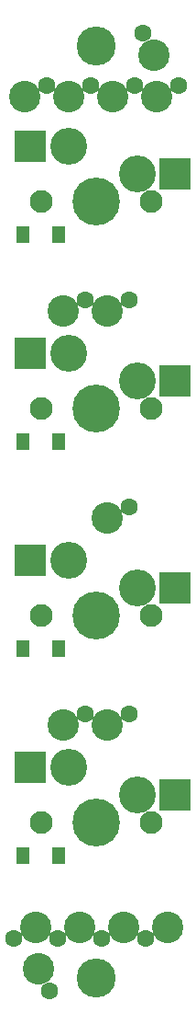
<source format=gts>
%TF.GenerationSoftware,KiCad,Pcbnew,5.0.0+dfsg1-2*%
%TF.CreationDate,2019-02-10T19:26:03+01:00*%
%TF.ProjectId,yatara-puno-mx-4,7961746172612D70756E6F2D6D782D34,0.2*%
%TF.SameCoordinates,Original*%
%TF.FileFunction,Soldermask,Top*%
%TF.FilePolarity,Negative*%
%FSLAX46Y46*%
G04 Gerber Fmt 4.6, Leading zero omitted, Abs format (unit mm)*
G04 Created by KiCad (PCBNEW 5.0.0+dfsg1-2) date Sun Feb 10 19:26:03 2019*
%MOMM*%
%LPD*%
G01*
G04 APERTURE LIST*
%ADD10R,1.300000X1.600000*%
%ADD11C,2.900000*%
%ADD12R,2.950000X2.900000*%
%ADD13C,3.400000*%
%ADD14C,2.100000*%
%ADD15C,4.400000*%
%ADD16C,1.600000*%
%ADD17C,3.600000*%
G04 APERTURE END LIST*
D10*
X67270000Y-46098000D03*
X70570000Y-46098000D03*
X67270000Y-65148000D03*
X70570000Y-65148000D03*
X67270000Y-84198000D03*
X70570000Y-84198000D03*
X67270000Y-103248000D03*
X70570000Y-103248000D03*
D11*
X71460000Y-33398000D03*
X67396000Y-33398000D03*
X79588000Y-33398000D03*
X75524000Y-33398000D03*
X75016000Y-91183000D03*
D12*
X81360000Y-40510000D03*
X67910000Y-37970000D03*
D13*
X77810000Y-40510000D03*
X71460000Y-37970000D03*
D14*
X68920000Y-43050000D03*
X79080000Y-43050000D03*
D15*
X74000000Y-43050000D03*
X74000000Y-100200000D03*
D14*
X79080000Y-100200000D03*
X68920000Y-100200000D03*
D13*
X71460000Y-95120000D03*
X77810000Y-97660000D03*
D12*
X67910000Y-95120000D03*
X81360000Y-97660000D03*
X81360000Y-78610000D03*
X67910000Y-76070000D03*
D13*
X77810000Y-78610000D03*
X71460000Y-76070000D03*
D14*
X68920000Y-81150000D03*
X79080000Y-81150000D03*
D15*
X74000000Y-81150000D03*
X74000000Y-62100000D03*
D14*
X79080000Y-62100000D03*
X68920000Y-62100000D03*
D13*
X71460000Y-57020000D03*
X77810000Y-59560000D03*
D12*
X67910000Y-57020000D03*
X81360000Y-59560000D03*
D11*
X80602000Y-109852000D03*
X76538000Y-109852000D03*
X72476000Y-109852000D03*
X68410000Y-109852000D03*
X79334000Y-29588000D03*
X68664000Y-113662000D03*
X75016000Y-72133000D03*
X70952000Y-53083000D03*
X75016000Y-53083000D03*
X70952000Y-91183000D03*
D16*
X77048000Y-52067000D03*
X72984000Y-52067000D03*
X77048000Y-71117000D03*
X72984000Y-90167000D03*
X69682000Y-115694000D03*
X66380000Y-110868000D03*
X78572000Y-110868000D03*
X74508000Y-110868000D03*
X70444000Y-110868000D03*
X77048000Y-90167000D03*
X81620000Y-32382000D03*
X77556000Y-32382000D03*
X73492000Y-32382000D03*
X69428000Y-32382000D03*
D17*
X74000000Y-114487500D03*
X74000000Y-28762500D03*
D16*
X78318000Y-27556000D03*
M02*

</source>
